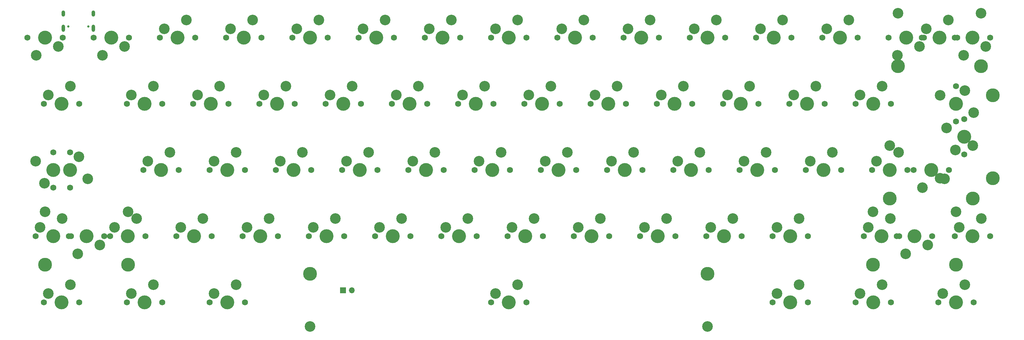
<source format=gbr>
%TF.GenerationSoftware,KiCad,Pcbnew,8.0.4*%
%TF.CreationDate,2024-09-09T16:00:28+08:00*%
%TF.ProjectId,PH60_Rev3,50483630-5f52-4657-9633-2e6b69636164,rev?*%
%TF.SameCoordinates,PX1b40518PY1b40518*%
%TF.FileFunction,Soldermask,Top*%
%TF.FilePolarity,Negative*%
%FSLAX46Y46*%
G04 Gerber Fmt 4.6, Leading zero omitted, Abs format (unit mm)*
G04 Created by KiCad (PCBNEW 8.0.4) date 2024-09-09 16:00:28*
%MOMM*%
%LPD*%
G01*
G04 APERTURE LIST*
%ADD10C,3.048000*%
%ADD11C,3.987800*%
%ADD12C,1.750000*%
%ADD13C,3.050000*%
%ADD14C,4.000000*%
%ADD15R,1.700000X1.700000*%
%ADD16O,1.700000X1.700000*%
%ADD17C,0.650000*%
%ADD18O,1.000000X1.800000*%
%ADD19O,1.000000X2.100000*%
G04 APERTURE END LIST*
D10*
%TO.C,REF\u002A\u002A*%
X200025000Y-92710000D03*
D11*
X200025000Y-77500000D03*
D10*
X85725000Y-92710000D03*
D11*
X85725000Y-77500000D03*
%TD*%
D12*
%TO.C,S52*%
X180657500Y-66675000D03*
D13*
X181927500Y-64135000D03*
D14*
X185737500Y-66675000D03*
D13*
X188277500Y-61595000D03*
D12*
X190817500Y-66675000D03*
%TD*%
%TO.C,S16*%
X33020000Y-28575000D03*
D13*
X34290000Y-26035000D03*
D14*
X38100000Y-28575000D03*
D13*
X40640000Y-23495000D03*
D12*
X43180000Y-28575000D03*
%TD*%
%TO.C,S29*%
X11906250Y-52705000D03*
D13*
X9366250Y-51435000D03*
D14*
X11906250Y-47625000D03*
D13*
X6826250Y-45085000D03*
D12*
X11906250Y-42545000D03*
%TD*%
%TO.C,S10*%
X175895000Y-9525000D03*
D13*
X177165000Y-6985000D03*
D14*
X180975000Y-9525000D03*
D13*
X183515000Y-4445000D03*
D12*
X186055000Y-9525000D03*
%TD*%
%TO.C,S14*%
X261620000Y-9525000D03*
D13*
X262890000Y-6985000D03*
D14*
X266700000Y-9525000D03*
D13*
X269240000Y-4445000D03*
D12*
X271780000Y-9525000D03*
%TD*%
%TO.C,S63*%
X266382500Y-85725000D03*
D13*
X267652500Y-83185000D03*
D14*
X271462500Y-85725000D03*
D13*
X274002500Y-80645000D03*
D12*
X276542500Y-85725000D03*
%TD*%
%TO.C,S24*%
X185420000Y-28575000D03*
D13*
X186690000Y-26035000D03*
D14*
X190500000Y-28575000D03*
D13*
X193040000Y-23495000D03*
D12*
X195580000Y-28575000D03*
%TD*%
%TO.C,S61*%
X218757500Y-85725000D03*
D13*
X220027500Y-83185000D03*
D14*
X223837500Y-85725000D03*
D13*
X226377500Y-80645000D03*
D12*
X228917500Y-85725000D03*
%TD*%
%TO.C,S47*%
X85407500Y-66675000D03*
D13*
X86677500Y-64135000D03*
D14*
X90487500Y-66675000D03*
D13*
X93027500Y-61595000D03*
D12*
X95567500Y-66675000D03*
%TD*%
%TO.C,S41*%
X269398750Y-47625000D03*
D13*
X268128750Y-50165000D03*
D14*
X264318750Y-47625000D03*
D13*
X261778750Y-52705000D03*
D12*
X259238750Y-47625000D03*
%TD*%
%TO.C,S30*%
X37782500Y-47625000D03*
D13*
X39052500Y-45085000D03*
D14*
X42862500Y-47625000D03*
D13*
X45402500Y-42545000D03*
D12*
X47942500Y-47625000D03*
%TD*%
%TO.C,S28*%
X273843750Y-43180000D03*
D13*
X271303750Y-41910000D03*
D14*
X273843750Y-38100000D03*
D13*
X268763750Y-35560000D03*
D12*
X273843750Y-33020000D03*
%TD*%
%TO.C,S43*%
X26511250Y-66675000D03*
D13*
X25241250Y-69215000D03*
D14*
X21431250Y-66675000D03*
D13*
X18891250Y-71755000D03*
D12*
X16351250Y-66675000D03*
%TD*%
%TO.C,S33*%
X94932500Y-47625000D03*
D13*
X96202500Y-45085000D03*
D14*
X100012500Y-47625000D03*
D13*
X102552500Y-42545000D03*
D12*
X105092500Y-47625000D03*
%TD*%
%TO.C,S7*%
X118745000Y-9525000D03*
D13*
X120015000Y-6985000D03*
D14*
X123825000Y-9525000D03*
D13*
X126365000Y-4445000D03*
D12*
X128905000Y-9525000D03*
%TD*%
D10*
%TO.C,REF\u002A\u002A*%
X252380750Y-40640000D03*
D11*
X252380750Y-55850000D03*
D10*
X276256750Y-40640000D03*
D11*
X276256750Y-55850000D03*
%TD*%
D12*
%TO.C,S23*%
X166370000Y-28575000D03*
D13*
X167640000Y-26035000D03*
D14*
X171450000Y-28575000D03*
D13*
X173990000Y-23495000D03*
D12*
X176530000Y-28575000D03*
%TD*%
%TO.C,S26*%
X223520000Y-28575000D03*
D13*
X224790000Y-26035000D03*
D14*
X228600000Y-28575000D03*
D13*
X231140000Y-23495000D03*
D12*
X233680000Y-28575000D03*
%TD*%
%TO.C,S48*%
X104457500Y-66675000D03*
D13*
X105727500Y-64135000D03*
D14*
X109537500Y-66675000D03*
D13*
X112077500Y-61595000D03*
D12*
X114617500Y-66675000D03*
%TD*%
%TO.C,S50*%
X142557500Y-66675000D03*
D13*
X143827500Y-64135000D03*
D14*
X147637500Y-66675000D03*
D13*
X150177500Y-61595000D03*
D12*
X152717500Y-66675000D03*
%TD*%
%TO.C,S62*%
X242570000Y-85725000D03*
D13*
X243840000Y-83185000D03*
D14*
X247650000Y-85725000D03*
D13*
X250190000Y-80645000D03*
D12*
X252730000Y-85725000D03*
%TD*%
%TO.C,S55*%
X244951250Y-66675000D03*
D13*
X246221250Y-64135000D03*
D14*
X250031250Y-66675000D03*
D13*
X252571250Y-61595000D03*
D12*
X255111250Y-66675000D03*
%TD*%
%TO.C,S28*%
X271462500Y-23495000D03*
D13*
X274002500Y-24765000D03*
D14*
X271462500Y-28575000D03*
D13*
X276542500Y-31115000D03*
D12*
X271462500Y-33655000D03*
%TD*%
D10*
%TO.C,REF\u002A\u002A*%
X247618250Y-59690000D03*
D11*
X247618250Y-74900000D03*
D10*
X271494250Y-59690000D03*
D11*
X271494250Y-74900000D03*
%TD*%
D12*
%TO.C,S29*%
X16668750Y-42545000D03*
D13*
X19208750Y-43815000D03*
D14*
X16668750Y-47625000D03*
D13*
X21748750Y-50165000D03*
D12*
X16668750Y-52705000D03*
%TD*%
%TO.C,S36*%
X152082500Y-47625000D03*
D13*
X153352500Y-45085000D03*
D14*
X157162500Y-47625000D03*
D13*
X159702500Y-42545000D03*
D12*
X162242500Y-47625000D03*
%TD*%
D10*
%TO.C,REF\u002A\u002A*%
X254762000Y-2540000D03*
D11*
X254762000Y-17750000D03*
D10*
X278638000Y-2540000D03*
D11*
X278638000Y-17750000D03*
%TD*%
D12*
%TO.C,S53*%
X199707500Y-66675000D03*
D13*
X200977500Y-64135000D03*
D14*
X204787500Y-66675000D03*
D13*
X207327500Y-61595000D03*
D12*
X209867500Y-66675000D03*
%TD*%
%TO.C,S4*%
X61595000Y-9525000D03*
D13*
X62865000Y-6985000D03*
D14*
X66675000Y-9525000D03*
D13*
X69215000Y-4445000D03*
D12*
X71755000Y-9525000D03*
%TD*%
%TO.C,S11*%
X194945000Y-9525000D03*
D13*
X196215000Y-6985000D03*
D14*
X200025000Y-9525000D03*
D13*
X202565000Y-4445000D03*
D12*
X205105000Y-9525000D03*
%TD*%
%TO.C,S3*%
X42545000Y-9525000D03*
D13*
X43815000Y-6985000D03*
D14*
X47625000Y-9525000D03*
D13*
X50165000Y-4445000D03*
D12*
X52705000Y-9525000D03*
%TD*%
%TO.C,S37*%
X171132500Y-47625000D03*
D13*
X172402500Y-45085000D03*
D14*
X176212500Y-47625000D03*
D13*
X178752500Y-42545000D03*
D12*
X181292500Y-47625000D03*
%TD*%
%TO.C,S27*%
X242570000Y-28575000D03*
D13*
X243840000Y-26035000D03*
D14*
X247650000Y-28575000D03*
D13*
X250190000Y-23495000D03*
D12*
X252730000Y-28575000D03*
%TD*%
%TO.C,S13*%
X233045000Y-9525000D03*
D13*
X234315000Y-6985000D03*
D14*
X238125000Y-9525000D03*
D13*
X240665000Y-4445000D03*
D12*
X243205000Y-9525000D03*
%TD*%
%TO.C,S49*%
X123507500Y-66675000D03*
D13*
X124777500Y-64135000D03*
D14*
X128587500Y-66675000D03*
D13*
X131127500Y-61595000D03*
D12*
X133667500Y-66675000D03*
%TD*%
D10*
%TO.C,REF\u002A\u002A*%
X9493250Y-59690000D03*
D11*
X9493250Y-74900000D03*
D10*
X33369250Y-59690000D03*
D11*
X33369250Y-74900000D03*
%TD*%
D12*
%TO.C,S38*%
X190182500Y-47625000D03*
D13*
X191452500Y-45085000D03*
D14*
X195262500Y-47625000D03*
D13*
X197802500Y-42545000D03*
D12*
X200342500Y-47625000D03*
%TD*%
%TO.C,S5*%
X80645000Y-9525000D03*
D13*
X81915000Y-6985000D03*
D14*
X85725000Y-9525000D03*
D13*
X88265000Y-4445000D03*
D12*
X90805000Y-9525000D03*
%TD*%
%TO.C,S54*%
X218757500Y-66675000D03*
D13*
X220027500Y-64135000D03*
D14*
X223837500Y-66675000D03*
D13*
X226377500Y-61595000D03*
D12*
X228917500Y-66675000D03*
%TD*%
%TO.C,S41*%
X247332500Y-47625000D03*
D13*
X248602500Y-45085000D03*
D14*
X252412500Y-47625000D03*
D13*
X254952500Y-42545000D03*
D12*
X257492500Y-47625000D03*
%TD*%
%TO.C,S1*%
X14605000Y-9525000D03*
D13*
X13335000Y-12065000D03*
D14*
X9525000Y-9525000D03*
D13*
X6985000Y-14605000D03*
D12*
X4445000Y-9525000D03*
%TD*%
%TO.C,S39*%
X209232500Y-47625000D03*
D13*
X210502500Y-45085000D03*
D14*
X214312500Y-47625000D03*
D13*
X216852500Y-42545000D03*
D12*
X219392500Y-47625000D03*
%TD*%
%TO.C,S8*%
X137795000Y-9525000D03*
D13*
X139065000Y-6985000D03*
D14*
X142875000Y-9525000D03*
D13*
X145415000Y-4445000D03*
D12*
X147955000Y-9525000D03*
%TD*%
%TO.C,S9*%
X156845000Y-9525000D03*
D13*
X158115000Y-6985000D03*
D14*
X161925000Y-9525000D03*
D13*
X164465000Y-4445000D03*
D12*
X167005000Y-9525000D03*
%TD*%
%TO.C,S59*%
X56832500Y-85725000D03*
D13*
X58102500Y-83185000D03*
D14*
X61912500Y-85725000D03*
D13*
X64452500Y-80645000D03*
D12*
X66992500Y-85725000D03*
%TD*%
%TO.C,S32*%
X75882500Y-47625000D03*
D13*
X77152500Y-45085000D03*
D14*
X80962500Y-47625000D03*
D13*
X83502500Y-42545000D03*
D12*
X86042500Y-47625000D03*
%TD*%
%TO.C,S17*%
X52070000Y-28575000D03*
D13*
X53340000Y-26035000D03*
D14*
X57150000Y-28575000D03*
D13*
X59690000Y-23495000D03*
D12*
X62230000Y-28575000D03*
%TD*%
%TO.C,S2*%
X33655000Y-9525000D03*
D13*
X32385000Y-12065000D03*
D14*
X28575000Y-9525000D03*
D13*
X26035000Y-14605000D03*
D12*
X23495000Y-9525000D03*
%TD*%
%TO.C,S58*%
X33020000Y-85725000D03*
D13*
X34290000Y-83185000D03*
D14*
X38100000Y-85725000D03*
D13*
X40640000Y-80645000D03*
D12*
X43180000Y-85725000D03*
%TD*%
%TO.C,S14*%
X262255000Y-9525000D03*
D13*
X260985000Y-12065000D03*
D14*
X257175000Y-9525000D03*
D13*
X254635000Y-14605000D03*
D12*
X252095000Y-9525000D03*
%TD*%
%TO.C,S15*%
X9207500Y-28575000D03*
D13*
X10477500Y-26035000D03*
D14*
X14287500Y-28575000D03*
D13*
X16827500Y-23495000D03*
D12*
X19367500Y-28575000D03*
%TD*%
%TO.C,S51*%
X161607500Y-66675000D03*
D13*
X162877500Y-64135000D03*
D14*
X166687500Y-66675000D03*
D13*
X169227500Y-61595000D03*
D12*
X171767500Y-66675000D03*
%TD*%
%TO.C,S34*%
X113982500Y-47625000D03*
D13*
X115252500Y-45085000D03*
D14*
X119062500Y-47625000D03*
D13*
X121602500Y-42545000D03*
D12*
X124142500Y-47625000D03*
%TD*%
%TO.C,S40*%
X228282500Y-47625000D03*
D13*
X229552500Y-45085000D03*
D14*
X233362500Y-47625000D03*
D13*
X235902500Y-42545000D03*
D12*
X238442500Y-47625000D03*
%TD*%
%TO.C,S12*%
X213995000Y-9525000D03*
D13*
X215265000Y-6985000D03*
D14*
X219075000Y-9525000D03*
D13*
X221615000Y-4445000D03*
D12*
X224155000Y-9525000D03*
%TD*%
%TO.C,S57*%
X9207500Y-85725000D03*
D13*
X10477500Y-83185000D03*
D14*
X14287500Y-85725000D03*
D13*
X16827500Y-80645000D03*
D12*
X19367500Y-85725000D03*
%TD*%
%TO.C,S18*%
X71120000Y-28575000D03*
D13*
X72390000Y-26035000D03*
D14*
X76200000Y-28575000D03*
D13*
X78740000Y-23495000D03*
D12*
X81280000Y-28575000D03*
%TD*%
%TO.C,S35*%
X133032500Y-47625000D03*
D13*
X134302500Y-45085000D03*
D14*
X138112500Y-47625000D03*
D13*
X140652500Y-42545000D03*
D12*
X143192500Y-47625000D03*
%TD*%
%TO.C,S45*%
X47307500Y-66675000D03*
D13*
X48577500Y-64135000D03*
D14*
X52387500Y-66675000D03*
D13*
X54927500Y-61595000D03*
D12*
X57467500Y-66675000D03*
%TD*%
%TO.C,S21*%
X128270000Y-28575000D03*
D13*
X129540000Y-26035000D03*
D14*
X133350000Y-28575000D03*
D13*
X135890000Y-23495000D03*
D12*
X138430000Y-28575000D03*
%TD*%
%TO.C,S22*%
X147320000Y-28575000D03*
D13*
X148590000Y-26035000D03*
D14*
X152400000Y-28575000D03*
D13*
X154940000Y-23495000D03*
D12*
X157480000Y-28575000D03*
%TD*%
D10*
%TO.C,REF\u002A\u002A*%
X266858750Y-50038000D03*
D11*
X282068750Y-50038000D03*
D10*
X266858750Y-26162000D03*
D11*
X282068750Y-26162000D03*
%TD*%
D12*
%TO.C,S56*%
X271145000Y-66675000D03*
D13*
X272415000Y-64135000D03*
D14*
X276225000Y-66675000D03*
D13*
X278765000Y-61595000D03*
D12*
X281305000Y-66675000D03*
%TD*%
%TO.C,S42*%
X281305000Y-9525000D03*
D13*
X280035000Y-12065000D03*
D14*
X276225000Y-9525000D03*
D13*
X273685000Y-14605000D03*
D12*
X271145000Y-9525000D03*
%TD*%
%TO.C,S60*%
X137795000Y-85725000D03*
D13*
X139065000Y-83185000D03*
D14*
X142875000Y-85725000D03*
D13*
X145415000Y-80645000D03*
D12*
X147955000Y-85725000D03*
%TD*%
%TO.C,S46*%
X66357500Y-66675000D03*
D13*
X67627500Y-64135000D03*
D14*
X71437500Y-66675000D03*
D13*
X73977500Y-61595000D03*
D12*
X76517500Y-66675000D03*
%TD*%
%TO.C,S55*%
X264636250Y-66675000D03*
D13*
X263366250Y-69215000D03*
D14*
X259556250Y-66675000D03*
D13*
X257016250Y-71755000D03*
D12*
X254476250Y-66675000D03*
%TD*%
%TO.C,S19*%
X90170000Y-28575000D03*
D13*
X91440000Y-26035000D03*
D14*
X95250000Y-28575000D03*
D13*
X97790000Y-23495000D03*
D12*
X100330000Y-28575000D03*
%TD*%
%TO.C,S44*%
X28257500Y-66675000D03*
D13*
X29527500Y-64135000D03*
D14*
X33337500Y-66675000D03*
D13*
X35877500Y-61595000D03*
D12*
X38417500Y-66675000D03*
%TD*%
%TO.C,S20*%
X109220000Y-28575000D03*
D13*
X110490000Y-26035000D03*
D14*
X114300000Y-28575000D03*
D13*
X116840000Y-23495000D03*
D12*
X119380000Y-28575000D03*
%TD*%
%TO.C,S43*%
X6826250Y-66675000D03*
D13*
X8096250Y-64135000D03*
D14*
X11906250Y-66675000D03*
D13*
X14446250Y-61595000D03*
D12*
X16986250Y-66675000D03*
%TD*%
%TO.C,S6*%
X99695000Y-9525000D03*
D13*
X100965000Y-6985000D03*
D14*
X104775000Y-9525000D03*
D13*
X107315000Y-4445000D03*
D12*
X109855000Y-9525000D03*
%TD*%
%TO.C,S31*%
X56832500Y-47625000D03*
D13*
X58102500Y-45085000D03*
D14*
X61912500Y-47625000D03*
D13*
X64452500Y-42545000D03*
D12*
X66992500Y-47625000D03*
%TD*%
%TO.C,S25*%
X204470000Y-28575000D03*
D13*
X205740000Y-26035000D03*
D14*
X209550000Y-28575000D03*
D13*
X212090000Y-23495000D03*
D12*
X214630000Y-28575000D03*
%TD*%
D15*
%TO.C,J2*%
X95225000Y-82250000D03*
D16*
X97765000Y-82250000D03*
%TD*%
D17*
%TO.C,J1*%
X16160000Y-6280000D03*
X21940000Y-6280000D03*
D18*
X14730000Y-2600000D03*
D19*
X14730000Y-6780000D03*
D18*
X23370000Y-2600000D03*
D19*
X23370000Y-6780000D03*
%TD*%
M02*

</source>
